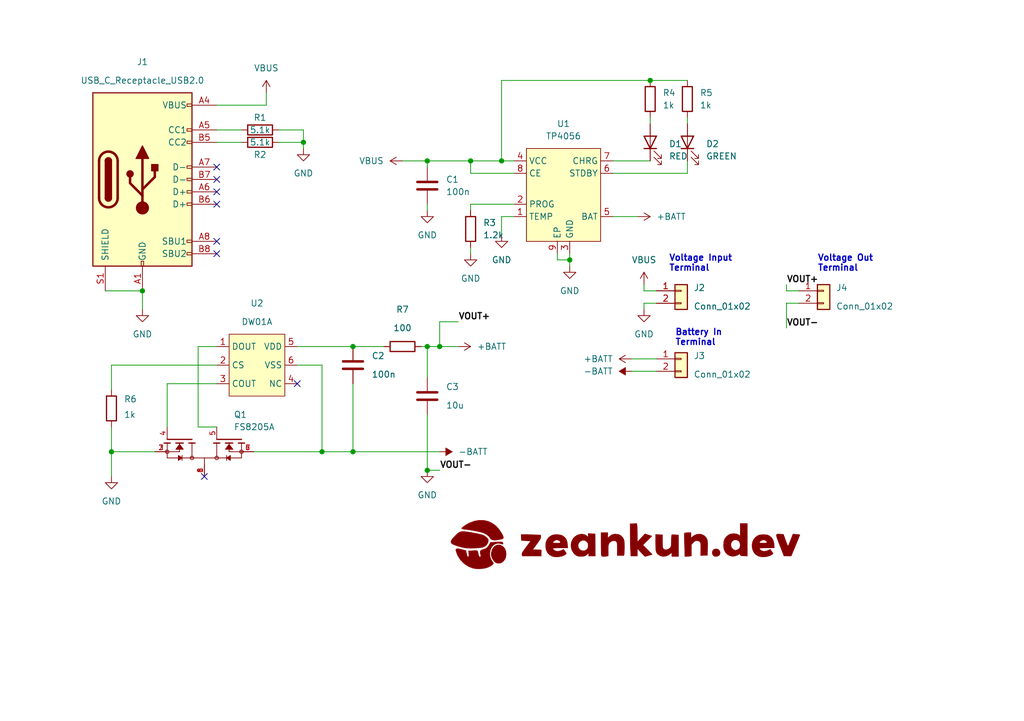
<source format=kicad_sch>
(kicad_sch (version 20230121) (generator eeschema)
  (paper "A5")
  (title_block (title "LiPower TP4056") (date "2024-02-29") (rev "1.0"))
  (lib_symbols
    (symbol "Connector:USB_C_Receptacle_USB2.0" (pin_names (offset 1.016))
      (property "Reference" "J" (at -10.16 19.05 0))
      (property "Value" "USB_C_Receptacle_USB2.0" (at 19.05 19.05 0))
      (symbol "USB_C_Receptacle_USB2.0_0_0"
        (rectangle (start -0.254 -17.78) (end 0.254 -16.764))
        (rectangle (start 10.16 -14.986) (end 9.144 -15.494))
        (rectangle (start 10.16 -12.446) (end 9.144 -12.954))
        (rectangle (start 10.16 -4.826) (end 9.144 -5.334))
        (rectangle (start 10.16 -2.286) (end 9.144 -2.794))
        (rectangle (start 10.16 0.254) (end 9.144 -0.254))
        (rectangle (start 10.16 2.794) (end 9.144 2.286))
        (rectangle (start 10.16 7.874) (end 9.144 7.366))
        (rectangle (start 10.16 10.414) (end 9.144 9.906))
        (rectangle (start 10.16 15.494) (end 9.144 14.986))
      )
      (symbol "USB_C_Receptacle_USB2.0_0_1"
        (rectangle (start -10.16 17.78) (end 10.16 -17.78) (stroke (width 0.254)) (fill (type background)))
        (arc (start -8.89 -3.81) (mid -6.985 -5.7067) (end -5.08 -3.81) (stroke (width 0.508)))
        (arc (start -7.62 -3.81) (mid -6.985 -4.4423) (end -6.35 -3.81) (stroke (width 0.254)))
        (arc (start -7.62 -3.81) (mid -6.985 -4.4423) (end -6.35 -3.81) (stroke (width 0.254)) (fill (type outline)))
        (rectangle (start -7.62 -3.81) (end -6.35 3.81) (stroke (width 0.254)) (fill (type outline)))
        (arc (start -6.35 3.81) (mid -6.985 4.4423) (end -7.62 3.81) (stroke (width 0.254)))
        (arc (start -6.35 3.81) (mid -6.985 4.4423) (end -7.62 3.81) (stroke (width 0.254)) (fill (type outline)))
        (arc (start -5.08 3.81) (mid -6.985 5.7067) (end -8.89 3.81) (stroke (width 0.508)))
        (circle (center -2.54 1.143) (radius 0.635) (stroke (width 0.254)) (fill (type outline)))
        (circle (center 0 -5.842) (radius 1.27) (fill (type outline)))
        (polyline (pts (xy -8.89 -3.81) (xy -8.89 3.81)) (stroke (width 0.508)))
        (polyline (pts (xy -5.08 3.81) (xy -5.08 -3.81)) (stroke (width 0.508)))
        (polyline (pts (xy 0 -5.842) (xy 0 4.318)) (stroke (width 0.508)))
        (polyline (pts (xy 0 -3.302) (xy -2.54 -0.762) (xy -2.54 0.508)) (stroke (width 0.508)))
        (polyline (pts (xy 0 -2.032) (xy 2.54 0.508) (xy 2.54 1.778)) (stroke (width 0.508)))
        (polyline (pts (xy -1.27 4.318) (xy 0 6.858) (xy 1.27 4.318) (xy -1.27 4.318)) (stroke (width 0.254)) (fill (type outline)))
        (rectangle (start 1.905 1.778) (end 3.175 3.048) (stroke (width 0.254)) (fill (type outline)))
      )
      (symbol "USB_C_Receptacle_USB2.0_1_1"
        (pin passive line (at 0 -22.86 90) (length 5.08) (name "GND") (number "A1"))
        (pin passive line (at 0 -22.86 90) (length 5.08) hide (name "GND") (number "A12"))
        (pin passive line (at 15.24 15.24 180) (length 5.08) (name "VBUS") (number "A4"))
        (pin bidirectional line (at 15.24 10.16 180) (length 5.08) (name "CC1") (number "A5"))
        (pin bidirectional line (at 15.24 -2.54 180) (length 5.08) (name "D+") (number "A6"))
        (pin bidirectional line (at 15.24 2.54 180) (length 5.08) (name "D-") (number "A7"))
        (pin bidirectional line (at 15.24 -12.7 180) (length 5.08) (name "SBU1") (number "A8"))
        (pin passive line (at 15.24 15.24 180) (length 5.08) hide (name "VBUS") (number "A9"))
        (pin passive line (at 0 -22.86 90) (length 5.08) hide (name "GND") (number "B1"))
        (pin passive line (at 0 -22.86 90) (length 5.08) hide (name "GND") (number "B12"))
        (pin passive line (at 15.24 15.24 180) (length 5.08) hide (name "VBUS") (number "B4"))
        (pin bidirectional line (at 15.24 7.62 180) (length 5.08) (name "CC2") (number "B5"))
        (pin bidirectional line (at 15.24 -5.08 180) (length 5.08) (name "D+") (number "B6"))
        (pin bidirectional line (at 15.24 0 180) (length 5.08) (name "D-") (number "B7"))
        (pin bidirectional line (at 15.24 -15.24 180) (length 5.08) (name "SBU2") (number "B8"))
        (pin passive line (at 15.24 15.24 180) (length 5.08) hide (name "VBUS") (number "B9"))
        (pin passive line (at -7.62 -22.86 90) (length 5.08) (name "SHIELD") (number "S1"))
      )
    )
    (symbol "Connector_Generic:Conn_01x02" (pin_names (offset 1.016) hide)
      (property "Reference" "J" (at 0 2.54 0))
      (property "Value" "Conn_01x02" (at 0 -5.08 0))
      (symbol "Conn_01x02_1_1"
        (rectangle (start -1.27 -2.413) (end 0 -2.667) (stroke (width 0.1524)))
        (rectangle (start -1.27 0.127) (end 0 -0.127) (stroke (width 0.1524)))
        (rectangle (start -1.27 1.27) (end 1.27 -3.81) (stroke (width 0.254)) (fill (type background)))
        (pin passive line (at -5.08 0 0) (length 3.81) (name "Pin_1") (number "1"))
        (pin passive line (at -5.08 -2.54 0) (length 3.81) (name "Pin_2") (number "2"))
      )
    )
    (symbol "Device:C" (pin_numbers hide) (pin_names (offset 0.254))
      (property "Reference" "C" (at 0.635 2.54 0))
      (property "Value" "C" (at 0.635 -2.54 0))
      (symbol "C_0_1"
        (polyline (pts (xy -2.032 -0.762) (xy 2.032 -0.762)) (stroke (width 0.508)))
        (polyline (pts (xy -2.032 0.762) (xy 2.032 0.762)) (stroke (width 0.508)))
      )
      (symbol "C_1_1"
        (pin passive line (at 0 3.81 270) (length 2.794) (name "~") (number "1"))
        (pin passive line (at 0 -3.81 90) (length 2.794) (name "~") (number "2"))
      )
    )
    (symbol "Device:LED" (pin_numbers hide) (pin_names (offset 1.016) hide)
      (property "Reference" "D" (at 0 2.54 0))
      (property "Value" "LED" (at 0 -2.54 0))
      (symbol "LED_0_1"
        (polyline (pts (xy -1.27 -1.27) (xy -1.27 1.27)) (stroke (width 0.254)))
        (polyline (pts (xy -1.27 0) (xy 1.27 0)))
        (polyline (pts (xy 1.27 -1.27) (xy 1.27 1.27) (xy -1.27 0) (xy 1.27 -1.27)) (stroke (width 0.254)))
        (polyline (pts (xy -3.048 -0.762) (xy -4.572 -2.286) (xy -3.81 -2.286) (xy -4.572 -2.286) (xy -4.572 -1.524)))
        (polyline (pts (xy -1.778 -0.762) (xy -3.302 -2.286) (xy -2.54 -2.286) (xy -3.302 -2.286) (xy -3.302 -1.524)))
      )
      (symbol "LED_1_1"
        (pin passive line (at -3.81 0 0) (length 2.54) (name "K") (number "1"))
        (pin passive line (at 3.81 0 180) (length 2.54) (name "A") (number "2"))
      )
    )
    (symbol "Device:R" (pin_numbers hide) (pin_names (offset 0))
      (property "Reference" "R" (at 2.032 0 90))
      (property "Value" "R" (at 0 0 90))
      (symbol "R_0_1"
        (rectangle (start -1.016 -2.54) (end 1.016 2.54) (stroke (width 0.254)))
      )
      (symbol "R_1_1"
        (pin passive line (at 0 3.81 270) (length 1.27) (name "~") (number "1"))
        (pin passive line (at 0 -3.81 90) (length 1.27) (name "~") (number "2"))
      )
    )
    (symbol "FS8205A:FS8205A" (pin_names (offset 1.016))
      (property "Reference" "Q" (at -11.43 7.62 0))
      (property "Value" "FS8205A" (at -11.43 -12.7 0))
      (symbol "FS8205A_0_0"
        (circle (center 0 -7.62) (radius 0.3592))
        (polyline (pts (xy -2.54 -2.54) (xy -2.54 -7.62)) (stroke (width 0.254)))
        (polyline (pts (xy -2.54 7.62) (xy -2.54 2.54)) (stroke (width 0.254)))
        (polyline (pts (xy -1.778 -7.62) (xy -1.778 -8.255)) (stroke (width 0.254)))
        (polyline (pts (xy -1.778 -6.985) (xy -1.778 -7.62)) (stroke (width 0.254)))
        (polyline (pts (xy -1.778 -5.08) (xy -1.778 -5.842)) (stroke (width 0.254)))
        (polyline (pts (xy -1.778 -5.08) (xy 0 -5.08)) (stroke (width 0.1524)))
        (polyline (pts (xy -1.778 -4.318) (xy -1.778 -5.08)) (stroke (width 0.254)))
        (polyline (pts (xy -1.778 -2.54) (xy -1.778 -3.175)) (stroke (width 0.254)))
        (polyline (pts (xy -1.778 -2.54) (xy 1.27 -2.54)) (stroke (width 0.1524)))
        (polyline (pts (xy -1.778 -1.905) (xy -1.778 -2.54)) (stroke (width 0.254)))
        (polyline (pts (xy -1.778 2.54) (xy -1.778 1.905)) (stroke (width 0.254)))
        (polyline (pts (xy -1.778 3.175) (xy -1.778 2.54)) (stroke (width 0.254)))
        (polyline (pts (xy -1.778 5.08) (xy -1.778 4.318)) (stroke (width 0.254)))
        (polyline (pts (xy -1.778 5.08) (xy 0 5.08)) (stroke (width 0.1524)))
        (polyline (pts (xy -1.778 5.842) (xy -1.778 5.08)) (stroke (width 0.254)))
        (polyline (pts (xy -1.778 7.62) (xy -1.778 6.985)) (stroke (width 0.254)))
        (polyline (pts (xy -1.778 7.62) (xy 1.27 7.62)) (stroke (width 0.1524)))
        (polyline (pts (xy -1.778 8.255) (xy -1.778 7.62)) (stroke (width 0.254)))
        (polyline (pts (xy 0 -7.62) (xy -1.778 -7.62)) (stroke (width 0.1524)))
        (polyline (pts (xy 0 -7.62) (xy 1.27 -7.62)) (stroke (width 0.1524)))
        (polyline (pts (xy 0 -5.08) (xy 0 -7.62)) (stroke (width 0.1524)))
        (polyline (pts (xy 0 7.62) (xy 0 5.08)) (stroke (width 0.1524)))
        (polyline (pts (xy 0.762 4.572) (xy 1.27 4.572)) (stroke (width 0.1524)))
        (polyline (pts (xy 1.27 -4.572) (xy 0.762 -4.572)) (stroke (width 0.1524)))
        (polyline (pts (xy 1.27 -4.572) (xy 1.27 -7.62)) (stroke (width 0.1524)))
        (polyline (pts (xy 1.27 -2.54) (xy 1.27 -4.572)) (stroke (width 0.1524)))
        (polyline (pts (xy 1.27 -2.54) (xy 1.27 0)) (stroke (width 0.1524)))
        (polyline (pts (xy 1.27 0) (xy 1.27 2.54)) (stroke (width 0.1524)))
        (polyline (pts (xy 1.27 0) (xy 2.54 0)) (stroke (width 0.1524)))
        (polyline (pts (xy 1.27 2.54) (xy -1.778 2.54)) (stroke (width 0.1524)))
        (polyline (pts (xy 1.27 2.54) (xy 1.27 4.572)) (stroke (width 0.1524)))
        (polyline (pts (xy 1.27 4.572) (xy 1.27 7.62)) (stroke (width 0.1524)))
        (polyline (pts (xy 1.27 4.572) (xy 1.778 4.572)) (stroke (width 0.1524)))
        (polyline (pts (xy 1.778 -4.572) (xy 1.27 -4.572)) (stroke (width 0.1524)))
        (polyline (pts (xy -1.524 -5.08) (xy -0.508 -4.318) (xy -0.508 -5.842) (xy -1.524 -5.08)) (stroke (width 0.1524)) (fill (type outline)))
        (polyline (pts (xy -1.524 5.08) (xy -0.508 5.842) (xy -0.508 4.318) (xy -1.524 5.08)) (stroke (width 0.1524)) (fill (type outline)))
        (polyline (pts (xy 1.27 -4.572) (xy 0.762 -5.334) (xy 1.778 -5.334) (xy 1.27 -4.572)) (stroke (width 0.1524)) (fill (type outline)))
        (polyline (pts (xy 1.27 4.572) (xy 1.778 5.334) (xy 0.762 5.334) (xy 1.27 4.572)) (stroke (width 0.1524)) (fill (type outline)))
        (circle (center 0 7.62) (radius 0.3592))
        (circle (center 1.27 -2.54) (radius 0.3592))
        (circle (center 1.27 2.54) (radius 0.3592))
        (pin passive line (at 5.08 0 180) (length 2.54) (name "~") (number "1"))
        (pin passive line (at 0 -10.16 90) (length 2.54) (name "~") (number "2"))
        (pin passive line (at 0 -10.16 90) (length 2.54) (name "~") (number "3"))
        (pin passive line (at -5.08 -7.62 0) (length 2.54) (name "~") (number "4"))
        (pin passive line (at -5.08 2.54 0) (length 2.54) (name "~") (number "5"))
        (pin passive line (at 0 10.16 270) (length 2.54) (name "~") (number "6"))
        (pin passive line (at 0 10.16 270) (length 2.54) (name "~") (number "7"))
        (pin passive line (at 5.08 0 180) (length 2.54) (name "~") (number "8"))
      )
    )
    (symbol "LiPower-Libraries:DW01A"
      (property "Reference" "U" (at -3.81 10.16 0))
      (property "Value" "DW01A" (at -1.27 7.62 0))
      (symbol "DW01A_1_1"
        (rectangle (start -5.08 6.35) (end 6.35 -6.35) (fill (type background)))
        (pin bidirectional line (at -7.62 3.81 0) (length 2.54) (name "DOUT") (number "1"))
        (pin bidirectional line (at -7.62 0 0) (length 2.54) (name "CS") (number "2"))
        (pin bidirectional line (at -7.62 -3.81 0) (length 2.54) (name "COUT") (number "3"))
        (pin bidirectional line (at 8.89 -3.81 180) (length 2.54) (name "NC") (number "4"))
        (pin bidirectional line (at 8.89 3.81 180) (length 2.54) (name "VDD") (number "5"))
        (pin bidirectional line (at 8.89 0 180) (length 2.54) (name "VSS") (number "6"))
      )
    )
    (symbol "LiPower-Libraries:TP4056"
      (property "Reference" "U" (at -6.35 13.97 0))
      (property "Value" "TP4056" (at -3.81 11.43 0))
      (symbol "TP4056_1_1"
        (rectangle (start -7.62 8.89) (end 7.62 -10.16) (fill (type background)))
        (pin bidirectional line (at -10.16 -5.08 0) (length 2.54) (name "TEMP") (number "1"))
        (pin bidirectional line (at -10.16 -2.54 0) (length 2.54) (name "PROG") (number "2"))
        (pin power_in line (at 1.27 -12.7 90) (length 2.54) (name "GND") (number "3"))
        (pin power_in line (at -10.16 6.35 0) (length 2.54) (name "VCC") (number "4"))
        (pin power_out line (at 10.16 -5.08 180) (length 2.54) (name "BAT") (number "5"))
        (pin bidirectional line (at 10.16 3.81 180) (length 2.54) (name "STDBY") (number "6"))
        (pin bidirectional line (at 10.16 6.35 180) (length 2.54) (name "CHRG") (number "7"))
        (pin bidirectional line (at -10.16 3.81 0) (length 2.54) (name "CE") (number "8"))
        (pin power_in line (at -1.27 -12.7 90) (length 2.54) (name "EP") (number "9"))
      )
    )
    (symbol "power:+BATT" (power) (pin_names (offset 0))
      (property "Value" "+BATT" (at 0 3.556 0))
      (symbol "+BATT_0_1"
        (polyline (pts (xy -0.762 1.27) (xy 0 2.54)))
        (polyline (pts (xy 0 0) (xy 0 2.54)))
        (polyline (pts (xy 0 2.54) (xy 0.762 1.27)))
      )
      (symbol "+BATT_1_1"
        (pin power_in line (at 0 0 90) (length 0) hide (name "+BATT") (number "1"))
      )
    )
    (symbol "power:-BATT" (power) (pin_names (offset 0))
      (property "Value" "-BATT" (at 0 3.556 0))
      (symbol "-BATT_0_1"
        (polyline (pts (xy 0 0) (xy 0 2.54)))
        (polyline (pts (xy 0.762 1.27) (xy -0.762 1.27) (xy 0 2.54) (xy 0.762 1.27)) (fill (type outline)))
      )
      (symbol "-BATT_1_1"
        (pin power_in line (at 0 0 90) (length 0) hide (name "-BATT") (number "1"))
      )
    )
    (symbol "power:GND" (power) (pin_names (offset 0))
      (property "Value" "GND" (at 0 -3.81 0))
      (symbol "GND_0_1"
        (polyline (pts (xy 0 0) (xy 0 -1.27) (xy 1.27 -1.27) (xy 0 -2.54) (xy -1.27 -1.27) (xy 0 -1.27)))
      )
      (symbol "GND_1_1"
        (pin power_in line (at 0 0 270) (length 0) hide (name "GND") (number "1"))
      )
    )
    (symbol "power:VBUS" (power) (pin_names (offset 0))
      (property "Value" "VBUS" (at 0 3.81 0))
      (symbol "VBUS_0_1"
        (polyline (pts (xy -0.762 1.27) (xy 0 2.54)))
        (polyline (pts (xy 0 0) (xy 0 2.54)))
        (polyline (pts (xy 0 2.54) (xy 0.762 1.27)))
      )
      (symbol "VBUS_1_1"
        (pin power_in line (at 0 0 90) (length 0) hide (name "VBUS") (number "1"))
      )
    )
    (symbol "zeankundev-logo:LOGO" (pin_names (offset 1.016))
      (symbol "LOGO_0_0"
        (polyline (pts (xy 18.8973 -2.3988) (xy 19.1908 -2.2385) (xy 19.2852 -2.1305) (xy 19.4105 -1.8175) (xy 19.3918 -1.4851) (xy 19.2488 -1.1844) (xy 19.0012 -0.9666) (xy 18.6687 -0.8826) (xy 18.3114 -0.9219) (xy 18.0355 -1.0752) (xy 17.8502 -1.3692) (xy 17.8227 -1.4495) (xy 17.8037 -1.7964) (xy 17.914 -2.1239) (xy 18.1312 -2.353) (xy 18.1896 -2.3827) (xy 18.5312 -2.4504) (xy 18.8973 -2.3988)) (stroke (width 0.01)) (fill (type outline)))
        (polyline (pts (xy -25.6666 -3.8031) (xy -25.4137 -3.7124) (xy -25.1532 -3.5159) (xy -24.9597 -3.3318) (xy -24.6771 -2.9518) (xy -24.5247 -2.5158) (xy -24.4753 -1.9614) (xy -24.5123 -1.4779) (xy -24.6919 -0.9192) (xy -25.0121 -0.4809) (xy -25.4638 -0.1795) (xy -25.8646 -0.0667) (xy -26.329 -0.0959) (xy -26.7499 -0.2901) (xy -27.1042 -0.6323) (xy -27.3688 -1.1054) (xy -27.5204 -1.6924) (xy -27.5224 -1.7074) (xy -27.5099 -2.3257) (xy -27.3088 -2.8958) (xy -26.923 -3.4062) (xy -26.722 -3.599) (xy -26.5152 -3.7478) (xy -26.3019 -3.8114) (xy -26.0047 -3.8247) (xy -25.6666 -3.8031)) (stroke (width 0.01)) (fill (type outline)))
        (polyline (pts (xy -17.2602 -1.7199) (xy -17.2602 -1.0861) (xy -18.1374 -1.0579) (xy -19.0146 -1.0297) (xy -18.1904 0.0981) (xy -17.8608 0.5576) (xy -17.6184 0.9211) (xy -17.4659 1.192) (xy -17.3863 1.401) (xy -17.3622 1.5788) (xy -17.3583 1.9318) (xy -18.3145 1.9951) (xy -18.5212 2.0075) (xy -19.1137 2.0337) (xy -19.752 2.052) (xy -20.3296 2.059) (xy -21.3885 2.0595) (xy -21.3593 1.4465) (xy -21.3301 0.8336) (xy -20.3828 0.7846) (xy -19.4354 0.7355) (xy -20.3565 -0.5112) (xy -20.6959 -0.975) (xy -20.9471 -1.3338) (xy -21.1092 -1.5929) (xy -21.1978 -1.7808) (xy -21.2288 -1.9256) (xy -21.218 -2.0558) (xy -21.1585 -2.3537) (xy -19.2093 -2.3537) (xy -17.2602 -2.3537) (xy -17.2602 -1.7199)) (stroke (width 0.01)) (fill (type outline)))
        (polyline (pts (xy 34.8948 -0.181) (xy 35.0701 0.2424) (xy 35.3021 0.8081) (xy 35.4983 1.293) (xy 35.6487 1.6721) (xy 35.7433 1.9204) (xy 35.7721 2.0128) (xy 35.7704 2.0137) (xy 35.6541 2.0339) (xy 35.3981 2.0646) (xy 35.0541 2.0998) (xy 34.3619 2.1657) (xy 33.8881 0.9603) (xy 33.853 0.8712) (xy 33.6749 0.4271) (xy 33.5212 0.0563) (xy 33.4074 -0.2047) (xy 33.3489 -0.3193) (xy 33.3391 -0.3199) (xy 33.2694 -0.2126) (xy 33.1546 0.0403) (xy 33.0082 0.4075) (xy 32.8436 0.8575) (xy 32.4035 2.1085) (xy 31.8146 2.1372) (xy 31.7356 2.1412) (xy 31.4276 2.1564) (xy 31.1977 2.1514) (xy 31.0447 2.1058) (xy 30.9671 1.999) (xy 30.9636 1.8107) (xy 31.033 1.5201) (xy 31.1738 1.107) (xy 31.3847 0.5506) (xy 31.6645 -0.1694) (xy 32.5101 -2.3492) (xy 33.2509 -2.3514) (xy 33.9918 -2.3537) (xy 34.8948 -0.181)) (stroke (width 0.01)) (fill (type outline)))
        (polyline (pts (xy 4.0289 -2.4503) (xy 4.1695 -2.4158) (xy 4.4389 -2.341) (xy 4.7874 -2.2397) (xy 5.5049 -2.027) (xy 4.5441 -1.0626) (xy 3.5833 -0.0982) (xy 4.5014 0.8238) (xy 5.4195 1.7457) (xy 4.7115 1.9737) (xy 4.0035 2.2017) (xy 3.2319 1.3706) (xy 2.4603 0.5394) (xy 2.4552 1.9124) (xy 2.4547 2.0004) (xy 2.4469 2.5525) (xy 2.4318 3.074) (xy 2.4114 3.5096) (xy 2.3877 3.8042) (xy 2.3254 4.3231) (xy 1.6423 4.2946) (xy 0.9591 4.266) (xy 0.9705 2.0104) (xy 0.9717 1.8146) (xy 0.9795 1.0836) (xy 0.9916 0.3594) (xy 1.0072 -0.3107) (xy 1.0251 -0.8795) (xy 1.0443 -1.2994) (xy 1.1067 -2.3537) (xy 1.7792 -2.3537) (xy 2.4518 -2.3537) (xy 2.457 -1.5936) (xy 2.4623 -0.8336) (xy 3.217 -1.6417) (xy 3.4898 -1.9304) (xy 3.7518 -2.2001) (xy 3.9384 -2.3833) (xy 4.0209 -2.4511) (xy 4.0289 -2.4503)) (stroke (width 0.01)) (fill (type outline)))
        (polyline (pts (xy -30.7302 -0.7237) (xy -30.1302 -0.6824) (xy -29.6216 -0.6223) (xy -29.2566 -0.5452) (xy -29.2563 -0.5451) (xy -28.8179 -0.3518) (xy -28.5003 -0.0934) (xy -28.3289 0.1562) (xy -28.1748 0.5031) (xy -28.1058 0.8287) (xy -28.1419 1.0682) (xy -28.2435 1.2187) (xy -28.5573 1.5303) (xy -28.9569 1.8065) (xy -29.3718 1.9942) (xy -29.6488 2.0719) (xy -30.1598 2.192) (xy -30.7758 2.3188) (xy -31.4448 2.4423) (xy -32.1149 2.5526) (xy -32.7344 2.6397) (xy -33.1648 2.6814) (xy -33.5764 2.6733) (xy -33.9268 2.585) (xy -34.2609 2.3976) (xy -34.6236 2.0918) (xy -35.0596 1.6485) (xy -35.1535 1.5478) (xy -35.5008 1.1485) (xy -35.7094 0.8414) (xy -35.7896 0.5995) (xy -35.7518 0.3957) (xy -35.606 0.2029) (xy -35.5125 0.1339) (xy -35.2249 -0.0085) (xy -34.8163 -0.1678) (xy -34.3319 -0.3293) (xy -33.8167 -0.4785) (xy -33.3156 -0.6008) (xy -32.8739 -0.6815) (xy -32.5584 -0.7147) (xy -31.9964 -0.7418) (xy -31.3697 -0.7442) (xy -30.7302 -0.7237)) (stroke (width 0.01)) (fill (type outline)))
        (polyline (pts (xy -26.6585 0.9045) (xy -26.3592 0.9432) (xy -25.999 1.0022) (xy -25.6404 1.0705) (xy -25.3463 1.1371) (xy -25.1793 1.1909) (xy -25.0552 1.2935) (xy -25.0209 1.4544) (xy -25.0895 1.7052) (xy -25.2644 2.0822) (xy -25.3404 2.228) (xy -25.9127 3.1163) (xy -26.582 3.8392) (xy -27.3361 4.3925) (xy -28.1627 4.7718) (xy -29.0496 4.9727) (xy -29.9845 4.9908) (xy -30.9552 4.8218) (xy -31.9496 4.4614) (xy -31.9877 4.4437) (xy -32.3458 4.2573) (xy -32.7184 4.0338) (xy -33.0682 3.7993) (xy -33.358 3.5804) (xy -33.5504 3.403) (xy -33.6081 3.2937) (xy -33.6031 3.2851) (xy -33.4702 3.2237) (xy -33.2005 3.1627) (xy -32.8453 3.1141) (xy -32.5529 3.0814) (xy -31.869 2.986) (xy -31.1403 2.8638) (xy -30.4268 2.726) (xy -29.7886 2.5837) (xy -29.2858 2.4483) (xy -29.0542 2.3667) (xy -28.4852 2.0726) (xy -28.0178 1.6933) (xy -27.699 1.264) (xy -27.5338 1.0589) (xy -27.2395 0.9536) (xy -27.2278 0.9522) (xy -26.9858 0.9204) (xy -26.8408 0.8983) (xy -26.8341 0.8972) (xy -26.6585 0.9045)) (stroke (width 0.01)) (fill (type outline)))
        (polyline (pts (xy 12.4918 -2.4507) (xy 12.5048 -2.4506) (xy 12.8254 -2.4312) (xy 13.1658 -2.3888) (xy 13.5336 -2.328) (xy 13.5336 -1.1602) (xy 13.5336 0.0076) (xy 13.9051 0.4059) (xy 13.9468 0.4501) (xy 14.1877 0.6724) (xy 14.399 0.7776) (xy 14.6526 0.8042) (xy 14.9314 0.77) (xy 15.2373 0.5947) (xy 15.3112 0.5112) (xy 15.3722 0.3971) (xy 15.4102 0.231) (xy 15.4298 -0.023) (xy 15.4356 -0.4011) (xy 15.4321 -0.9392) (xy 15.4182 -2.2638) (xy 16.1186 -2.2352) (xy 16.8189 -2.2066) (xy 16.8458 -0.6819) (xy 16.8497 -0.454) (xy 16.8554 0.0712) (xy 16.8502 0.4514) (xy 16.8305 0.7241) (xy 16.7922 0.927) (xy 16.7315 1.0979) (xy 16.6445 1.2743) (xy 16.584 1.3795) (xy 16.2294 1.7803) (xy 15.7774 2.0398) (xy 15.2634 2.1542) (xy 14.7231 2.1197) (xy 14.1918 1.9324) (xy 13.7052 1.5886) (xy 13.4355 1.3363) (xy 13.4355 1.894) (xy 13.4355 2.4517) (xy 12.8039 2.4517) (xy 12.4941 2.4389) (xy 12.2321 2.4008) (xy 12.1072 2.3465) (xy 12.0963 2.2854) (xy 12.0856 2.0481) (xy 12.0822 1.662) (xy 12.0858 1.1554) (xy 12.0963 0.5569) (xy 12.1138 -0.1052) (xy 12.1856 -2.4517) (xy 12.4918 -2.4507)) (stroke (width 0.01)) (fill (type outline)))
        (polyline (pts (xy 10.8857 -0.253) (xy 10.8857 1.9458) (xy 10.2561 2.0132) (xy 9.9454 2.0373) (xy 9.6674 2.0393) (xy 9.5205 2.0152) (xy 9.4921 1.968) (xy 9.4504 1.7419) (xy 9.4239 1.3534) (xy 9.4147 0.8244) (xy 9.4144 0.6907) (xy 9.4045 0.1948) (xy 9.3773 -0.1516) (xy 9.3283 -0.3865) (xy 9.253 -0.5478) (xy 9.0841 -0.7475) (xy 8.759 -0.964) (xy 8.3989 -1.0648) (xy 8.0572 -1.0379) (xy 7.7872 -0.8717) (xy 7.745 -0.8201) (xy 7.6815 -0.7008) (xy 7.6396 -0.5273) (xy 7.615 -0.2642) (xy 7.6033 0.1241) (xy 7.6004 0.6729) (xy 7.6004 2.0104) (xy 6.8894 2.0392) (xy 6.1784 2.0681) (xy 6.1784 0.4425) (xy 6.1801 0.0224) (xy 6.194 -0.5829) (xy 6.2273 -1.0411) (xy 6.2862 -1.3834) (xy 6.3772 -1.6411) (xy 6.5066 -1.8452) (xy 6.6806 -2.0269) (xy 6.684 -2.03) (xy 6.9489 -2.2071) (xy 7.2572 -2.3368) (xy 7.2828 -2.344) (xy 7.5642 -2.4106) (xy 7.7776 -2.4429) (xy 7.9102 -2.4405) (xy 8.3373 -2.3547) (xy 8.7712 -2.1801) (xy 9.114 -1.9529) (xy 9.1976 -1.8779) (xy 9.3778 -1.7271) (xy 9.4698 -1.6672) (xy 9.4794 -1.6771) (xy 9.5032 -1.8137) (xy 9.5128 -2.0595) (xy 9.5128 -2.4517) (xy 10.1992 -2.4517) (xy 10.8857 -2.4517) (xy 10.8857 -0.253)) (stroke (width 0.01)) (fill (type outline)))
        (polyline (pts (xy 22.5533 -2.3386) (xy 23.1051 -2.108) (xy 23.523 -1.8631) (xy 23.5544 -2.0838) (xy 23.56 -2.1182) (xy 23.6026 -2.2204) (xy 23.7105 -2.2805) (xy 23.9273 -2.3133) (xy 24.2967 -2.3334) (xy 25.0077 -2.3623) (xy 25.0077 0.9764) (xy 25.0077 4.3151) (xy 24.2722 4.3151) (xy 23.5367 4.3151) (xy 23.5367 3.0372) (xy 23.5367 1.7594) (xy 23.2404 1.9785) (xy 23.1463 2.0391) (xy 22.7338 2.191) (xy 22.2422 2.2509) (xy 21.7466 2.2148) (xy 21.3221 2.0788) (xy 21.2135 2.0203) (xy 20.7128 1.6487) (xy 20.3679 1.1799) (xy 20.169 0.5963) (xy 20.129 0.1386) (xy 21.6292 0.1386) (xy 21.7501 0.4888) (xy 21.9913 0.7817) (xy 22.3018 0.945) (xy 22.6429 0.9827) (xy 22.9757 0.8984) (xy 23.2615 0.696) (xy 23.4614 0.3793) (xy 23.5367 -0.0479) (xy 23.5346 -0.1709) (xy 23.4775 -0.5622) (xy 23.3237 -0.8314) (xy 23.0483 -1.0287) (xy 22.7951 -1.1326) (xy 22.5854 -1.1754) (xy 22.3709 -1.1417) (xy 22.0403 -0.9563) (xy 21.7838 -0.65) (xy 21.6354 -0.2694) (xy 21.6292 0.1386) (xy 20.129 0.1386) (xy 20.1064 -0.1194) (xy 20.1127 -0.3307) (xy 20.2301 -1.0199) (xy 20.493 -1.5837) (xy 20.898 -2.0167) (xy 21.4417 -2.3133) (xy 21.4531 -2.3174) (xy 21.9843 -2.4106) (xy 22.5533 -2.3386)) (stroke (width 0.01)) (fill (type outline)))
        (polyline (pts (xy -4.5595 -2.4506) (xy -4.2388 -2.4312) (xy -3.8982 -2.3888) (xy -3.5305 -2.328) (xy -3.5305 -1.1785) (xy -3.5304 -1.0586) (xy -3.5249 -0.5886) (xy -3.5065 -0.2614) (xy -3.4683 -0.033) (xy -3.4039 0.1409) (xy -3.3064 0.3042) (xy -3.2699 0.3552) (xy -2.9835 0.6174) (xy -2.6399 0.7675) (xy -2.2888 0.7996) (xy -1.98 0.7079) (xy -1.7632 0.4865) (xy -1.758 0.4751) (xy -1.7226 0.2897) (xy -1.6937 -0.0426) (xy -1.6743 -0.4784) (xy -1.6672 -0.9742) (xy -1.6672 -2.2556) (xy -0.9935 -2.2556) (xy -0.3199 -2.2556) (xy -0.2591 -1.8878) (xy -0.2391 -1.7036) (xy -0.2182 -1.3403) (xy -0.2042 -0.884) (xy -0.1994 -0.3923) (xy -0.1996 -0.2927) (xy -0.2103 0.2304) (xy -0.2405 0.611) (xy -0.2958 0.8949) (xy -0.3815 1.1278) (xy -0.5613 1.45) (xy -0.9359 1.8474) (xy -1.4156 2.0811) (xy -2.0104 2.1575) (xy -2.0815 2.1569) (xy -2.5204 2.1068) (xy -2.8899 1.9533) (xy -3.2744 1.6636) (xy -3.6286 1.3527) (xy -3.6286 1.9022) (xy -3.6286 2.4517) (xy -4.315 2.4517) (xy -5.0015 2.4517) (xy -5.0015 0.3065) (xy -5.0012 0.0777) (xy -4.9966 -0.5571) (xy -4.9874 -1.1305) (xy -4.9744 -1.6088) (xy -4.9584 -1.9582) (xy -4.9402 -2.1453) (xy -4.9004 -2.2979) (xy -4.7942 -2.4231) (xy -4.5725 -2.4507) (xy -4.5595 -2.4506)) (stroke (width 0.01)) (fill (type outline)))
        (polyline (pts (xy -8.7271 -2.4227) (xy -8.3668 -2.3474) (xy -8.3495 -2.3406) (xy -8.0816 -2.1908) (xy -7.821 -1.9858) (xy -7.5513 -1.7285) (xy -7.5513 -2.0411) (xy -7.5513 -2.3537) (xy -6.863 -2.3537) (xy -6.1747 -2.3537) (xy -6.2011 -0.0735) (xy -6.2274 2.2066) (xy -6.9384 2.2354) (xy -7.6494 2.2642) (xy -7.6494 1.8996) (xy -7.6494 1.5349) (xy -7.8701 1.7416) (xy -7.9019 1.7706) (xy -8.3492 2.0437) (xy -8.8644 2.1555) (xy -9.4112 2.1085) (xy -9.9533 1.9055) (xy -10.4545 1.5493) (xy -10.7906 1.1528) (xy -11.0587 0.59) (xy -11.1739 -0.0263) (xy -11.151 -0.392) (xy -9.7081 -0.392) (xy -9.6975 -0.0039) (xy -9.5543 0.3427) (xy -9.3096 0.6234) (xy -8.9943 0.8136) (xy -8.6396 0.8888) (xy -8.2765 0.8244) (xy -7.9361 0.596) (xy -7.9182 0.578) (xy -7.7476 0.3674) (xy -7.6687 0.1387) (xy -7.6494 -0.1961) (xy -7.6495 -0.2276) (xy -7.6722 -0.5511) (xy -7.7571 -0.7753) (xy -7.9361 -0.9882) (xy -8.0686 -1.1086) (xy -8.3178 -1.2399) (xy -8.6471 -1.2727) (xy -8.9454 -1.2401) (xy -9.3284 -1.0589) (xy -9.5993 -0.7174) (xy -9.7081 -0.392) (xy -11.151 -0.392) (xy -11.1345 -0.6562) (xy -10.9389 -1.2599) (xy -10.5856 -1.7977) (xy -10.4208 -1.9654) (xy -10.1346 -2.1946) (xy -9.886 -2.3279) (xy -9.6409 -2.3875) (xy -9.1821 -2.4357) (xy -8.7271 -2.4227)) (stroke (width 0.01)) (fill (type outline)))
        (polyline (pts (xy 29.0583 -2.4556) (xy 29.6114 -2.2933) (xy 30.0447 -2.0526) (xy 30.3033 -1.8493) (xy 30.0045 -1.415) (xy 29.8842 -1.243) (xy 29.7457 -1.0541) (xy 29.6821 -0.9807) (xy 29.6603 -0.9885) (xy 29.5113 -1.0582) (xy 29.2738 -1.1768) (xy 28.88 -1.3232) (xy 28.4218 -1.3781) (xy 28.0098 -1.3139) (xy 27.7002 -1.1323) (xy 27.679 -1.1106) (xy 27.5233 -0.9221) (xy 27.4595 -0.789) (xy 27.4596 -0.7873) (xy 27.5633 -0.7437) (xy 27.8569 -0.7122) (xy 28.3346 -0.693) (xy 28.9906 -0.6865) (xy 30.5218 -0.6865) (xy 30.4842 -0.0245) (xy 30.4619 0.2296) (xy 30.3182 0.84) (xy 30.0442 1.326) (xy 29.6266 1.7146) (xy 29.4547 1.8279) (xy 29.2038 1.9454) (xy 28.9078 2.0101) (xy 28.4912 2.0437) (xy 28.0239 2.0479) (xy 27.5024 1.9759) (xy 27.0683 1.7992) (xy 26.6678 1.502) (xy 26.3137 1.0845) (xy 26.0628 0.5484) (xy 26.0252 0.3497) (xy 27.4595 0.3497) (xy 27.4712 0.4311) (xy 27.6135 0.6542) (xy 27.8697 0.8373) (xy 28.1789 0.9452) (xy 28.4804 0.9426) (xy 28.7241 0.8386) (xy 28.9423 0.647) (xy 29.0286 0.4343) (xy 29.0089 0.3806) (xy 28.895 0.3287) (xy 28.651 0.3019) (xy 28.244 0.2942) (xy 28.1331 0.2948) (xy 27.7898 0.3045) (xy 27.5498 0.3239) (xy 27.4595 0.3497) (xy 26.0252 0.3497) (xy 25.9528 -0.033) (xy 25.9781 -0.6247) (xy 26.1326 -1.1916) (xy 26.4107 -1.6987) (xy 26.8066 -2.1108) (xy 27.3143 -2.3931) (xy 27.3149 -2.3933) (xy 27.8467 -2.5135) (xy 28.449 -2.5316) (xy 29.0583 -2.4556)) (stroke (width 0.01)) (fill (type outline)))
        (polyline (pts (xy -13.6992 -2.5155) (xy -13.1288 -2.4124) (xy -12.6259 -2.2387) (xy -12.2512 -2.0037) (xy -12.1617 -1.9124) (xy -12.1336 -1.8113) (xy -12.1978 -1.6625) (xy -12.365 -1.41) (xy -12.482 -1.2426) (xy -12.6203 -1.0541) (xy -12.684 -0.9807) (xy -12.7057 -0.9885) (xy -12.8547 -1.0582) (xy -13.0923 -1.1768) (xy -13.4122 -1.3035) (xy -13.8824 -1.3758) (xy -14.3122 -1.3183) (xy -14.6471 -1.1325) (xy -14.6782 -1.1029) (xy -14.8404 -0.9188) (xy -14.9065 -0.7892) (xy -14.9065 -0.7878) (xy -14.8038 -0.744) (xy -14.5106 -0.7123) (xy -14.0321 -0.693) (xy -13.3736 -0.6865) (xy -11.8406 -0.6865) (xy -11.8882 0.0551) (xy -11.9503 0.5328) (xy -12.1432 1.0866) (xy -12.47 1.5151) (xy -12.9427 1.8388) (xy -13.0646 1.8926) (xy -13.5345 2.0146) (xy -14.0739 2.0634) (xy -14.6006 2.0354) (xy -15.0323 1.9272) (xy -15.1411 1.8789) (xy -15.6808 1.5286) (xy -16.0658 1.0584) (xy -16.2965 0.4673) (xy -16.3066 0.3738) (xy -14.9065 0.3738) (xy -14.8673 0.4796) (xy -14.7062 0.6652) (xy -14.4805 0.8392) (xy -14.256 0.9437) (xy -14.2098 0.953) (xy -13.926 0.9384) (xy -13.6425 0.8353) (xy -13.4246 0.6758) (xy -13.3374 0.4919) (xy -13.3404 0.4384) (xy -13.3799 0.3604) (xy -13.497 0.317) (xy -13.7312 0.2982) (xy -14.122 0.2942) (xy -14.233 0.295) (xy -14.5762 0.309) (xy -14.8162 0.3368) (xy -14.9065 0.3738) (xy -16.3066 0.3738) (xy -16.3733 -0.2452) (xy -16.3667 -0.4639) (xy -16.2448 -1.1383) (xy -15.9713 -1.692) (xy -15.5491 -2.1204) (xy -14.9812 -2.4189) (xy -14.7994 -2.4728) (xy -14.2764 -2.5387) (xy -13.6992 -2.5155)) (stroke (width 0.01)) (fill (type outline)))
        (polyline (pts (xy -29.4652 -4.9455) (xy -28.8517 -4.8608) (xy -28.3538 -4.7246) (xy -28.1254 -4.6297) (xy -27.7203 -4.4286) (xy -27.3831 -4.2208) (xy -27.1526 -4.0315) (xy -27.0672 -3.8858) (xy -27.0794 -3.8321) (xy -27.181 -3.6369) (xy -27.352 -3.3952) (xy -27.5676 -3.0552) (xy -27.7697 -2.4693) (xy -27.8284 -1.833) (xy -27.7408 -1.1994) (xy -27.5042 -0.6213) (xy -27.443 -0.5231) (xy -27.0578 -0.0953) (xy -26.5898 0.1692) (xy -26.0666 0.2593) (xy -25.5158 0.1642) (xy -25.4203 0.1318) (xy -25.2131 0.074) (xy -25.125 0.0904) (xy -25.1073 0.1831) (xy -25.1194 0.3283) (xy -25.1766 0.443) (xy -25.3088 0.5121) (xy -25.5461 0.543) (xy -25.9187 0.5434) (xy -26.4567 0.5207) (xy -27.6537 0.4605) (xy -27.9401 -0.0469) (xy -28.108 -0.319) (xy -28.3768 -0.6264) (xy -28.7129 -0.8391) (xy -29.1806 -1.0068) (xy -29.19 -1.0096) (xy -29.554 -1.1459) (xy -29.7485 -1.3152) (xy -29.7994 -1.5602) (xy -29.7326 -1.924) (xy -29.7161 -1.9883) (xy -29.6648 -2.3114) (xy -29.7046 -2.4805) (xy -29.7588 -2.5226) (xy -29.922 -2.5265) (xy -30.0653 -2.3728) (xy -30.1566 -2.0891) (xy -30.1597 -2.0698) (xy -30.2234 -1.6823) (xy -30.291 -1.4306) (xy -30.4011 -1.2883) (xy -30.5921 -1.2289) (xy -30.9023 -1.2259) (xy -31.3703 -1.2529) (xy -32.1919 -1.3016) (xy -32.1323 -1.8721) (xy -32.1167 -2.0615) (xy -32.1215 -2.3666) (xy -32.1773 -2.5073) (xy -32.2308 -2.5301) (xy -32.3717 -2.4721) (xy -32.4965 -2.2277) (xy -32.6081 -1.7921) (xy -32.7206 -1.2259) (xy -33.6379 -1.0015) (xy -33.9165 -0.9347) (xy -34.258 -0.8626) (xy -34.4749 -0.838) (xy -34.6078 -0.8578) (xy -34.6969 -0.919) (xy -34.7565 -0.9966) (xy -34.7798 -1.1242) (xy -34.74 -1.3318) (xy -34.6328 -1.6707) (xy -34.3885 -2.2682) (xy -33.9141 -3.0354) (xy -33.2714 -3.7307) (xy -32.9246 -4.0233) (xy -32.1373 -4.52) (xy -31.2582 -4.8565) (xy -31.2559 -4.8572) (xy -30.7418 -4.9471) (xy -30.1201 -4.9754) (xy -29.4652 -4.9455)) (stroke (width 0.01)) (fill (type outline)))
      )
    )
  )
  (junction (at 62.23 29.21))
  (junction (at 87.63 33.02))
  (junction (at 102.87 33.02))
  (junction (at 72.39 71.12))
  (junction (at 96.52 33.02))
  (junction (at 87.63 71.12))
  (junction (at 87.63 96.52))
  (junction (at 66.04 92.71))
  (junction (at 29.21 59.69))
  (junction (at 22.86 92.71))
  (junction (at 72.39 92.71))
  (junction (at 90.17 71.12))
  (junction (at 133.35 16.51))
  (junction (at 116.84 53.34))
  (no_connect (at 44.45 41.91))
  (no_connect (at 44.45 52.07))
  (no_connect (at 44.45 49.53))
  (no_connect (at 60.96 78.74))
  (no_connect (at 44.45 39.37))
  (no_connect (at 44.45 34.29))
  (no_connect (at 41.91 97.79))
  (no_connect (at 44.45 36.83))
  (wire (pts (xy 40.64 87.63) (xy 40.64 71.12)))
  (wire (pts (xy 87.63 41.91) (xy 87.63 43.18)))
  (wire (pts (xy 133.35 24.13) (xy 133.35 25.4)))
  (wire (pts (xy 60.96 71.12) (xy 72.39 71.12)))
  (wire (pts (xy 114.3 52.07) (xy 114.3 53.34)))
  (wire (pts (xy 96.52 50.8) (xy 96.52 52.07)))
  (wire (pts (xy 22.86 92.71) (xy 22.86 87.63)))
  (wire (pts (xy 116.84 53.34) (xy 116.84 54.61)))
  (wire (pts (xy 22.86 74.93) (xy 22.86 80.01)))
  (wire (pts (xy 52.07 92.71) (xy 66.04 92.71)))
  (wire (pts (xy 161.29 62.23) (xy 161.29 67.31)))
  (wire (pts (xy 96.52 35.56) (xy 105.41 35.56)))
  (wire (pts (xy 60.96 74.93) (xy 66.04 74.93)))
  (wire (pts (xy 54.61 19.05) (xy 54.61 21.59)))
  (wire (pts (xy 129.54 76.2) (xy 134.62 76.2)))
  (wire (pts (xy 86.36 71.12) (xy 87.63 71.12)))
  (wire (pts (xy 21.59 59.69) (xy 29.21 59.69)))
  (wire (pts (xy 87.63 71.12) (xy 87.63 77.47)))
  (wire (pts (xy 34.29 78.74) (xy 44.45 78.74)))
  (wire (pts (xy 62.23 26.67) (xy 57.15 26.67)))
  (wire (pts (xy 44.45 21.59) (xy 54.61 21.59)))
  (wire (pts (xy 125.73 33.02) (xy 133.35 33.02)))
  (wire (pts (xy 40.64 71.12) (xy 44.45 71.12)))
  (wire (pts (xy 90.17 66.04) (xy 90.17 71.12)))
  (wire (pts (xy 140.97 24.13) (xy 140.97 25.4)))
  (wire (pts (xy 129.54 73.66) (xy 134.62 73.66)))
  (wire (pts (xy 96.52 33.02) (xy 96.52 35.56)))
  (wire (pts (xy 125.73 44.45) (xy 130.81 44.45)))
  (wire (pts (xy 87.63 33.02) (xy 87.63 34.29)))
  (wire (pts (xy 66.04 74.93) (xy 66.04 92.71)))
  (wire (pts (xy 87.63 85.09) (xy 87.63 96.52)))
  (wire (pts (xy 161.29 59.69) (xy 161.29 58.42)))
  (wire (pts (xy 87.63 33.02) (xy 96.52 33.02)))
  (wire (pts (xy 90.17 71.12) (xy 93.98 71.12)))
  (wire (pts (xy 102.87 16.51) (xy 102.87 33.02)))
  (wire (pts (xy 62.23 29.21) (xy 62.23 30.48)))
  (wire (pts (xy 22.86 92.71) (xy 22.86 97.79)))
  (wire (pts (xy 34.29 87.63) (xy 34.29 78.74)))
  (wire (pts (xy 44.45 29.21) (xy 49.53 29.21)))
  (wire (pts (xy 87.63 96.52) (xy 90.17 96.52)))
  (wire (pts (xy 134.62 62.23) (xy 132.08 62.23)))
  (wire (pts (xy 93.98 66.04) (xy 90.17 66.04)))
  (wire (pts (xy 140.97 16.51) (xy 133.35 16.51)))
  (wire (pts (xy 114.3 53.34) (xy 116.84 53.34)))
  (wire (pts (xy 72.39 71.12) (xy 78.74 71.12)))
  (wire (pts (xy 161.29 62.23) (xy 163.83 62.23)))
  (wire (pts (xy 66.04 92.71) (xy 72.39 92.71)))
  (wire (pts (xy 132.08 58.42) (xy 132.08 59.69)))
  (wire (pts (xy 163.83 59.69) (xy 161.29 59.69)))
  (wire (pts (xy 132.08 62.23) (xy 132.08 63.5)))
  (wire (pts (xy 44.45 26.67) (xy 49.53 26.67)))
  (wire (pts (xy 105.41 33.02) (xy 102.87 33.02)))
  (wire (pts (xy 96.52 41.91) (xy 105.41 41.91)))
  (wire (pts (xy 44.45 87.63) (xy 40.64 87.63)))
  (wire (pts (xy 102.87 33.02) (xy 96.52 33.02)))
  (wire (pts (xy 132.08 59.69) (xy 134.62 59.69)))
  (wire (pts (xy 44.45 74.93) (xy 22.86 74.93)))
  (wire (pts (xy 125.73 35.56) (xy 140.97 35.56)))
  (wire (pts (xy 72.39 92.71) (xy 90.17 92.71)))
  (wire (pts (xy 72.39 78.74) (xy 72.39 92.71)))
  (wire (pts (xy 62.23 29.21) (xy 62.23 26.67)))
  (wire (pts (xy 102.87 44.45) (xy 105.41 44.45)))
  (wire (pts (xy 116.84 52.07) (xy 116.84 53.34)))
  (wire (pts (xy 96.52 43.18) (xy 96.52 41.91)))
  (wire (pts (xy 87.63 71.12) (xy 90.17 71.12)))
  (wire (pts (xy 140.97 33.02) (xy 140.97 35.56)))
  (wire (pts (xy 82.55 33.02) (xy 87.63 33.02)))
  (wire (pts (xy 31.75 92.71) (xy 22.86 92.71)))
  (wire (pts (xy 102.87 48.26) (xy 102.87 44.45)))
  (wire (pts (xy 57.15 29.21) (xy 62.23 29.21)))
  (wire (pts (xy 133.35 16.51) (xy 102.87 16.51)))
  (wire (pts (xy 29.21 59.69) (xy 29.21 63.5)))
  (text "Voltage Input\nTerminal" (at 137.16 55.88 0) (effects (font (size 1.27 1.27) (thickness 0.254) bold) (justify left bottom)))
  (text "Voltage Out\nTerminal" (at 167.64 55.88 0) (effects (font (size 1.27 1.27) (thickness 0.254) bold) (justify left bottom)))
  (text "Battery In\nTerminal" (at 138.43 71.12 0) (effects (font (size 1.27 1.27) (thickness 0.254) bold) (justify left bottom)))
  (label "VOUT-" (at 161.29 67.31 0) (effects (font bold)))
  (label "VOUT+" (at 161.29 58.42 0) (effects (font bold)))
  (label "VOUT-" (at 90.17 96.52 0) (effects (font bold)))
  (label "VOUT+" (at 93.98 66.04 0) (effects (font bold)))
  (symbol (lib_id "power:GND") (at 102.87 48.26 0) (unit 1)
    (property "Reference" "#PWR05" (effects hide))
    (property "Value" "GND" (at 102.87 53.34 0))
  )
  (symbol (lib_id "Device:LED") (at 133.35 29.21 90) (unit 1)
    (property "Reference" "D1" (at 137.16 29.5275 90) (effects (justify right)))
    (property "Value" "RED" (at 137.16 32.0675 90) (effects (justify right)))
    (property "Footprint" "LED_SMD:LED_0402_1005Metric" (effects hide))
  )
  (symbol (lib_id "power:VBUS") (at 132.08 58.42 0) (unit 1)
    (property "Reference" "#PWR016" (effects hide))
    (property "Value" "VBUS" (at 132.08 53.34 0))
  )
  (symbol (lib_id "power:VBUS") (at 54.61 19.05 0) (unit 1)
    (property "Reference" "#PWR01" (effects hide))
    (property "Value" "VBUS" (at 54.61 13.97 0))
  )
  (symbol (lib_id "FS8205A:FS8205A") (at 41.91 92.71 270) (unit 1)
    (property "Reference" "Q1" (at 47.9337 85.09 90) (effects (justify left)))
    (property "Value" "FS8205A" (at 47.9337 87.63 90) (effects (justify left)))
    (property "Footprint" "libs:SOP65P640X120-8N" (effects hide))
    (property "MF" "Fortune Semiconductor" (effects hide))
    (property "MAXIMUM_PACKAGE_HEIGHT" "1.2mm" (effects hide))
    (property "Package" "Package" (effects hide))
    (property "Price" "None" (effects hide))
    (property "Check_prices" "https://www.snapeda.com/parts/FS8205A/Fortune+Semiconductor/view-part/?ref=eda" (effects hide))
    (property "STANDARD" "IPC 7351B" (effects hide))
    (property "PARTREV" "1.7" (effects hide))
    (property "SnapEDA_Link" "https://www.snapeda.com/parts/FS8205A/Fortune+Semiconductor/view-part/?ref=snap" (effects hide))
    (property "MP" "FS8205A" (effects hide))
    (property "Description" "\n" (effects hide))
    (property "Availability" "Not in stock" (effects hide))
    (property "MANUFACTURER" "Fortune Semiconductor" (effects hide))
  )
  (symbol (lib_id "Device:R") (at 82.55 71.12 90) (unit 1)
    (property "Reference" "R7" (at 82.55 63.5 90))
    (property "Value" "100" (at 82.55 67.31 90))
    (property "Footprint" "Resistor_SMD:R_0402_1005Metric" (effects hide))
  )
  (symbol (lib_id "power:GND") (at 96.52 52.07 0) (unit 1)
    (property "Reference" "#PWR06" (effects hide))
    (property "Value" "GND" (at 96.52 57.15 0))
  )
  (symbol (lib_id "Device:R") (at 133.35 20.32 0) (unit 1)
    (property "Reference" "R4" (at 135.89 19.05 0) (effects (justify left)))
    (property "Value" "1k" (at 135.89 21.59 0) (effects (justify left)))
    (property "Footprint" "Resistor_SMD:R_0402_1005Metric" (effects hide))
  )
  (symbol (lib_id "power:-BATT") (at 90.17 92.71 270) (unit 1)
    (property "Reference" "#PWR013" (effects hide))
    (property "Value" "-BATT" (at 93.98 92.71 90) (effects (justify left)))
  )
  (symbol (lib_id "Device:R") (at 96.52 46.99 0) (unit 1)
    (property "Reference" "R3" (at 99.06 45.72 0) (effects (justify left)))
    (property "Value" "1.2k" (at 99.06 48.26 0) (effects (justify left)))
    (property "Footprint" "Resistor_SMD:R_0402_1005Metric" (effects hide))
  )
  (symbol (lib_id "Connector_Generic:Conn_01x02") (at 139.7 59.69 0) (unit 1)
    (property "Reference" "J2" (at 142.24 59.055 0) (effects (justify left)))
    (property "Value" "Conn_01x02" (at 142.24 62.865 0) (effects (justify left)))
    (property "Footprint" "SMD-TH-Connector:Conn_01x02_2.54mm" (effects hide))
  )
  (symbol (lib_id "Connector:USB_C_Receptacle_USB2.0") (at 29.21 36.83 0) (unit 1)
    (property "Reference" "J1" (at 29.21 12.7 0))
    (property "Value" "USB_C_Receptacle_USB2.0" (at 29.21 16.51 0))
    (property "Footprint" "Connector_USB:USB_C_Receptacle_G-Switch_GT-USB-7010ASV" (effects hide))
    (property "Datasheet" "https://www.usb.org/sites/default/files/documents/usb_type-c.zip" (effects hide))
  )
  (symbol (lib_id "LiPower-Libraries:TP4056") (at 115.57 39.37 0) (unit 1)
    (property "Reference" "U1" (at 115.57 25.4 0))
    (property "Value" "TP4056" (at 115.57 27.94 0))
    (property "Footprint" "Package_SO:HSOP-8-1EP_3.9x4.9mm_P1.27mm_EP2.41x3.1mm" (effects hide))
  )
  (symbol (lib_id "power:GND") (at 62.23 30.48 0) (unit 1)
    (property "Reference" "#PWR03" (effects hide))
    (property "Value" "GND" (at 62.23 35.56 0))
  )
  (symbol (lib_id "Device:LED") (at 140.97 29.21 90) (unit 1)
    (property "Reference" "D2" (at 144.78 29.5275 90) (effects (justify right)))
    (property "Value" "GREEN" (at 144.78 32.0675 90) (effects (justify right)))
    (property "Footprint" "LED_SMD:LED_0402_1005Metric" (effects hide))
  )
  (symbol (lib_id "LiPower-Libraries:DW01A") (at 52.07 74.93 0) (unit 1)
    (property "Reference" "U2" (at 52.705 62.23 0))
    (property "Value" "DW01A" (at 52.705 66.04 0))
    (property "Footprint" "Package_TO_SOT_SMD:SOT-23-6" (effects hide))
  )
  (symbol (lib_id "Device:R") (at 140.97 20.32 0) (unit 1)
    (property "Reference" "R5" (at 143.51 19.05 0) (effects (justify left)))
    (property "Value" "1k" (at 143.51 21.59 0) (effects (justify left)))
    (property "Footprint" "Resistor_SMD:R_0402_1005Metric" (effects hide))
  )
  (symbol (lib_id "power:GND") (at 87.63 96.52 0) (unit 1)
    (property "Reference" "#PWR014" (effects hide))
    (property "Value" "GND" (at 87.63 101.6 0))
  )
  (symbol (lib_id "Device:C") (at 87.63 38.1 0) (unit 1)
    (property "Reference" "C1" (at 91.44 36.83 0) (effects (justify left)))
    (property "Value" "100n" (at 91.44 39.37 0) (effects (justify left)))
    (property "Footprint" "Capacitor_SMD:C_0402_1005Metric" (effects hide))
  )
  (symbol (lib_id "power:GND") (at 29.21 63.5 0) (unit 1)
    (property "Reference" "#PWR02" (effects hide))
    (property "Value" "GND" (at 29.21 68.58 0))
  )
  (symbol (lib_id "Device:R") (at 53.34 29.21 90) (unit 1)
    (property "Reference" "R2" (at 53.34 31.75 90))
    (property "Value" "5.1k" (at 53.34 29.21 90))
    (property "Footprint" "Resistor_SMD:R_0402_1005Metric" (effects hide))
  )
  (symbol (lib_id "zeankundev-logo:LOGO") (at 128.27 111.76 0) (unit 1)
    (property "Reference" "#G1" (effects hide))
    (property "Value" "LOGO" (effects hide))
  )
  (symbol (lib_id "Device:C") (at 72.39 74.93 0) (unit 1)
    (property "Reference" "C2" (at 76.2 73.025 0) (effects (justify left)))
    (property "Value" "100n" (at 76.2 76.835 0) (effects (justify left)))
    (property "Footprint" "Capacitor_SMD:C_0402_1005Metric" (effects hide))
  )
  (symbol (lib_id "power:GND") (at 132.08 63.5 0) (unit 1)
    (property "Reference" "#PWR017" (effects hide))
    (property "Value" "GND" (at 132.08 68.58 0))
  )
  (symbol (lib_id "Connector_Generic:Conn_01x02") (at 139.7 73.66 0) (unit 1)
    (property "Reference" "J3" (at 142.24 73.025 0) (effects (justify left)))
    (property "Value" "Conn_01x02" (at 142.24 76.835 0) (effects (justify left)))
    (property "Footprint" "SMD-TH-Connector:Conn_01x02_2.54mm" (effects hide))
  )
  (symbol (lib_id "power:GND") (at 87.63 43.18 0) (unit 1)
    (property "Reference" "#PWR07" (effects hide))
    (property "Value" "GND" (at 87.63 48.26 0))
  )
  (symbol (lib_id "power:+BATT") (at 129.54 73.66 90) (unit 1)
    (property "Reference" "#PWR018" (effects hide))
    (property "Value" "+BATT" (at 125.73 73.66 90) (effects (justify left)))
  )
  (symbol (lib_id "power:+BATT") (at 93.98 71.12 270) (unit 1)
    (property "Reference" "#PWR011" (effects hide))
    (property "Value" "+BATT" (at 97.79 71.12 90) (effects (justify left)))
  )
  (symbol (lib_id "power:GND") (at 22.86 97.79 0) (unit 1)
    (property "Reference" "#PWR010" (effects hide))
    (property "Value" "GND" (at 22.86 102.87 0))
  )
  (symbol (lib_id "power:VBUS") (at 82.55 33.02 90) (unit 1)
    (property "Reference" "#PWR04" (effects hide))
    (property "Value" "VBUS" (at 78.74 33.02 90) (effects (justify left)))
  )
  (symbol (lib_id "Device:R") (at 53.34 26.67 90) (unit 1)
    (property "Reference" "R1" (at 53.34 24.13 90))
    (property "Value" "5.1k" (at 53.34 26.67 90))
    (property "Footprint" "Resistor_SMD:R_0402_1005Metric" (effects hide))
  )
  (symbol (lib_id "power:+BATT") (at 130.81 44.45 270) (unit 1)
    (property "Reference" "#PWR09" (effects hide))
    (property "Value" "+BATT" (at 134.62 44.45 90) (effects (justify left)))
  )
  (symbol (lib_id "power:GND") (at 116.84 54.61 0) (unit 1)
    (property "Reference" "#PWR08" (effects hide))
    (property "Value" "GND" (at 116.84 59.69 0))
  )
  (symbol (lib_id "power:-BATT") (at 129.54 76.2 90) (unit 1)
    (property "Reference" "#PWR019" (effects hide))
    (property "Value" "-BATT" (at 125.73 76.2 90) (effects (justify left)))
  )
  (symbol (lib_id "Device:C") (at 87.63 81.28 0) (unit 1)
    (property "Reference" "C3" (at 91.44 79.375 0) (effects (justify left)))
    (property "Value" "10u" (at 91.44 83.185 0) (effects (justify left)))
    (property "Footprint" "Capacitor_SMD:C_0402_1005Metric" (effects hide))
  )
  (symbol (lib_id "Connector_Generic:Conn_01x02") (at 168.91 59.69 0) (unit 1)
    (property "Reference" "J4" (at 171.45 59.055 0) (effects (justify left)))
    (property "Value" "Conn_01x02" (at 171.45 62.865 0) (effects (justify left)))
    (property "Footprint" "SMD-TH-Connector:Conn_01x02_2.54mm" (effects hide))
  )
  (symbol (lib_id "Device:R") (at 22.86 83.82 0) (unit 1)
    (property "Reference" "R6" (at 25.4 81.915 0) (effects (justify left)))
    (property "Value" "1k" (at 25.4 85.09 0) (effects (justify left)))
    (property "Footprint" "Resistor_SMD:R_0402_1005Metric" (effects hide))
  )
)
</source>
